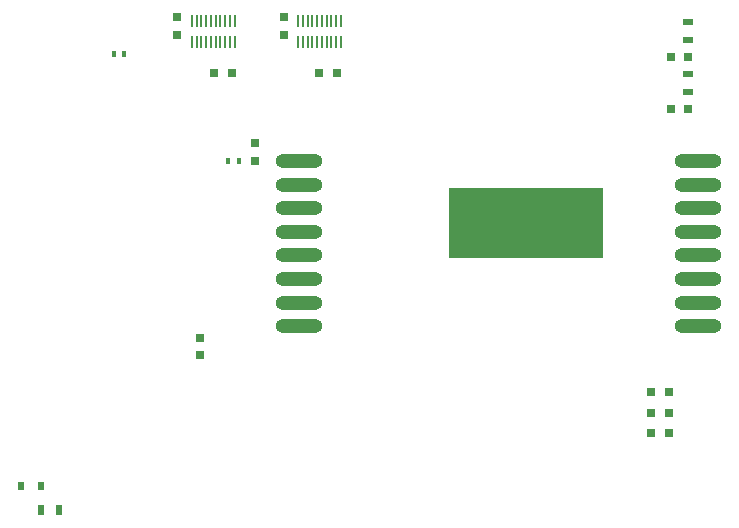
<source format=gtp>
G04 #@! TF.GenerationSoftware,KiCad,Pcbnew,(5.1.2)-2*
G04 #@! TF.CreationDate,2020-02-19T10:12:50-05:00*
G04 #@! TF.ProjectId,LoRaShield2,4c6f5261-5368-4696-956c-64322e6b6963,V2*
G04 #@! TF.SameCoordinates,PX437ae70PY8b896f8*
G04 #@! TF.FileFunction,Paste,Top*
G04 #@! TF.FilePolarity,Positive*
%FSLAX46Y46*%
G04 Gerber Fmt 4.6, Leading zero omitted, Abs format (unit mm)*
G04 Created by KiCad (PCBNEW (5.1.2)-2) date 2020-02-19 10:12:50*
%MOMM*%
%LPD*%
G04 APERTURE LIST*
%ADD10R,13.000000X6.000000*%
%ADD11O,4.000000X1.200000*%
%ADD12R,0.800000X0.750000*%
%ADD13R,0.900000X0.500000*%
%ADD14R,0.750000X0.800000*%
%ADD15R,0.200000X1.100000*%
%ADD16R,0.200000X1.000000*%
%ADD17R,0.600000X0.800000*%
%ADD18R,0.500000X0.900000*%
%ADD19R,0.400000X0.600000*%
G04 APERTURE END LIST*
D10*
X46692000Y26565000D03*
D11*
X27542000Y17815000D03*
X27542000Y19815000D03*
X27542000Y21815000D03*
X27542000Y23815000D03*
X27542000Y25815000D03*
X27542000Y27815000D03*
X27542000Y29815000D03*
X27542000Y31815000D03*
X61242000Y31815000D03*
X61242000Y29815000D03*
X61242000Y27815000D03*
X61242000Y25815000D03*
X61242000Y23815000D03*
X61242000Y21815000D03*
X61242000Y19815000D03*
X61242000Y17815000D03*
D12*
X58825000Y8800000D03*
X57325000Y8800000D03*
X58825000Y10500000D03*
X57325000Y10500000D03*
X58825000Y12250000D03*
X57325000Y12250000D03*
X58960000Y36190000D03*
X60460000Y36190000D03*
X58960000Y40590000D03*
X60460000Y40590000D03*
D13*
X60460000Y39170000D03*
X60460000Y37670000D03*
D14*
X23780000Y33320000D03*
X23780000Y31820000D03*
D12*
X21800000Y39265000D03*
X20300000Y39265000D03*
D14*
X17200000Y44015000D03*
X17200000Y42515000D03*
D15*
X18442000Y41915000D03*
D16*
X18842000Y41865000D03*
X19242000Y41865000D03*
X19642000Y41865000D03*
X20042000Y41865000D03*
X20442000Y41865000D03*
X20842000Y41865000D03*
X21242000Y41865000D03*
X21642000Y41865000D03*
X22042000Y41865000D03*
X22042000Y43665000D03*
X21642000Y43665000D03*
X21242000Y43665000D03*
X20842000Y43665000D03*
X20442000Y43665000D03*
X20042000Y43665000D03*
X19642000Y43665000D03*
X19242000Y43665000D03*
X18842000Y43665000D03*
X18442000Y43665000D03*
D12*
X30700000Y39265000D03*
X29200000Y39265000D03*
D14*
X26200000Y44015000D03*
X26200000Y42515000D03*
D13*
X60460000Y42060000D03*
X60460000Y43560000D03*
D15*
X27442000Y41915000D03*
D16*
X27842000Y41865000D03*
X28242000Y41865000D03*
X28642000Y41865000D03*
X29042000Y41865000D03*
X29442000Y41865000D03*
X29842000Y41865000D03*
X30242000Y41865000D03*
X30642000Y41865000D03*
X31042000Y41865000D03*
X31042000Y43665000D03*
X30642000Y43665000D03*
X30242000Y43665000D03*
X29842000Y43665000D03*
X29442000Y43665000D03*
X29042000Y43665000D03*
X28642000Y43665000D03*
X28242000Y43665000D03*
X27842000Y43665000D03*
X27442000Y43665000D03*
D17*
X5675001Y4250000D03*
X3975001Y4250000D03*
D18*
X5650000Y2250000D03*
X7150000Y2250000D03*
D19*
X22420000Y31840000D03*
X21520000Y31840000D03*
D14*
X19100000Y15350000D03*
X19100000Y16850000D03*
D19*
X11800000Y40850000D03*
X12700000Y40850000D03*
M02*

</source>
